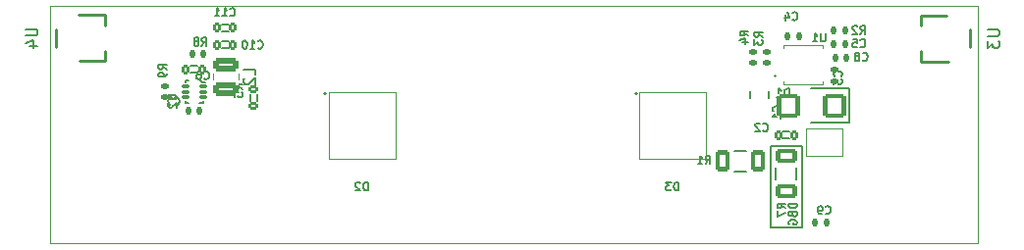
<source format=gbr>
%TF.GenerationSoftware,KiCad,Pcbnew,6.0.11+dfsg-1~bpo11+1*%
%TF.CreationDate,2023-04-14T13:04:02+02:00*%
%TF.ProjectId,IR-diode-general,49522d64-696f-4646-952d-67656e657261,rev?*%
%TF.SameCoordinates,Original*%
%TF.FileFunction,Legend,Bot*%
%TF.FilePolarity,Positive*%
%FSLAX46Y46*%
G04 Gerber Fmt 4.6, Leading zero omitted, Abs format (unit mm)*
G04 Created by KiCad (PCBNEW 6.0.11+dfsg-1~bpo11+1) date 2023-04-14 13:04:02 commit 5e22265*
%MOMM*%
%LPD*%
G01*
G04 APERTURE LIST*
G04 Aperture macros list*
%AMRoundRect*
0 Rectangle with rounded corners*
0 $1 Rounding radius*
0 $2 $3 $4 $5 $6 $7 $8 $9 X,Y pos of 4 corners*
0 Add a 4 corners polygon primitive as box body*
4,1,4,$2,$3,$4,$5,$6,$7,$8,$9,$2,$3,0*
0 Add four circle primitives for the rounded corners*
1,1,$1+$1,$2,$3*
1,1,$1+$1,$4,$5*
1,1,$1+$1,$6,$7*
1,1,$1+$1,$8,$9*
0 Add four rect primitives between the rounded corners*
20,1,$1+$1,$2,$3,$4,$5,0*
20,1,$1+$1,$4,$5,$6,$7,0*
20,1,$1+$1,$6,$7,$8,$9,0*
20,1,$1+$1,$8,$9,$2,$3,0*%
%AMFreePoly0*
4,1,6,0.615000,-0.615000,-0.391294,-0.615000,-0.615000,-0.391294,-0.615000,0.615000,0.615000,0.615000,0.615000,-0.615000,0.615000,-0.615000,$1*%
G04 Aperture macros list end*
%ADD10C,0.150000*%
%TA.AperFunction,Profile*%
%ADD11C,0.100000*%
%TD*%
%ADD12C,0.145711*%
%ADD13C,0.120000*%
%ADD14C,0.100000*%
%ADD15C,0.161600*%
%ADD16C,0.254000*%
%ADD17C,0.125000*%
%ADD18O,2.000000X4.500000*%
%ADD19O,4.000000X1.990000*%
%ADD20O,2.000000X4.000000*%
%ADD21C,0.650000*%
%ADD22O,2.100000X1.050000*%
%ADD23O,2.000000X1.000000*%
%ADD24C,2.000000*%
%ADD25C,3.000000*%
%ADD26RoundRect,0.147500X-0.147500X-0.172500X0.147500X-0.172500X0.147500X0.172500X-0.147500X0.172500X0*%
%ADD27RoundRect,0.075000X-0.225000X0.075000X-0.225000X-0.075000X0.225000X-0.075000X0.225000X0.075000X0*%
%ADD28RoundRect,0.250000X0.850000X-0.375000X0.850000X0.375000X-0.850000X0.375000X-0.850000X-0.375000X0*%
%ADD29RoundRect,0.147500X-0.172500X0.147500X-0.172500X-0.147500X0.172500X-0.147500X0.172500X0.147500X0*%
%ADD30RoundRect,0.147500X0.147500X0.172500X-0.147500X0.172500X-0.147500X-0.172500X0.147500X-0.172500X0*%
%ADD31FreePoly0,0.000000*%
%ADD32FreePoly0,90.000000*%
%ADD33FreePoly0,180.000000*%
%ADD34FreePoly0,270.000000*%
%ADD35C,3.500000*%
%ADD36RoundRect,0.120000X0.280000X-0.180000X0.280000X0.180000X-0.280000X0.180000X-0.280000X-0.180000X0*%
%ADD37RoundRect,0.147500X0.172500X-0.147500X0.172500X0.147500X-0.172500X0.147500X-0.172500X-0.147500X0*%
%ADD38R,1.200000X1.200000*%
%ADD39R,0.807999X0.254800*%
%ADD40R,1.752600X2.540000*%
%ADD41RoundRect,0.120000X-0.180000X-0.280000X0.180000X-0.280000X0.180000X0.280000X-0.180000X0.280000X0*%
%ADD42RoundRect,0.120000X0.180000X0.280000X-0.180000X0.280000X-0.180000X-0.280000X0.180000X-0.280000X0*%
%ADD43RoundRect,0.180000X-0.720000X0.420000X-0.720000X-0.420000X0.720000X-0.420000X0.720000X0.420000X0*%
%ADD44R,1.550000X0.600000*%
%ADD45R,1.800000X1.200000*%
%ADD46RoundRect,0.200000X0.800000X0.850000X-0.800000X0.850000X-0.800000X-0.850000X0.800000X-0.850000X0*%
%ADD47RoundRect,0.180000X0.420000X0.720000X-0.420000X0.720000X-0.420000X-0.720000X0.420000X-0.720000X0*%
%ADD48R,0.800000X2.000000*%
G04 APERTURE END LIST*
D10*
X149850000Y-52550000D02*
X147150000Y-52550000D01*
X147150000Y-52550000D02*
X147150000Y-59650000D01*
X147150000Y-59650000D02*
X149850000Y-59650000D01*
X149850000Y-59650000D02*
X149850000Y-52550000D01*
D11*
X85000000Y-40500000D02*
X165000000Y-40500000D01*
X165000000Y-40500000D02*
X165000000Y-61000000D01*
X165000000Y-61000000D02*
X85000000Y-61000000D01*
X85000000Y-61000000D02*
X85000000Y-40500000D01*
D10*
X149416666Y-57566666D02*
X148716666Y-57566666D01*
X148716666Y-57733333D01*
X148750000Y-57833333D01*
X148816666Y-57900000D01*
X148883333Y-57933333D01*
X149016666Y-57966666D01*
X149116666Y-57966666D01*
X149250000Y-57933333D01*
X149316666Y-57900000D01*
X149383333Y-57833333D01*
X149416666Y-57733333D01*
X149416666Y-57566666D01*
X149050000Y-58500000D02*
X149083333Y-58600000D01*
X149116666Y-58633333D01*
X149183333Y-58666666D01*
X149283333Y-58666666D01*
X149350000Y-58633333D01*
X149383333Y-58600000D01*
X149416666Y-58533333D01*
X149416666Y-58266666D01*
X148716666Y-58266666D01*
X148716666Y-58500000D01*
X148750000Y-58566666D01*
X148783333Y-58600000D01*
X148850000Y-58633333D01*
X148916666Y-58633333D01*
X148983333Y-58600000D01*
X149016666Y-58566666D01*
X149050000Y-58500000D01*
X149050000Y-58266666D01*
X148750000Y-59333333D02*
X148716666Y-59266666D01*
X148716666Y-59166666D01*
X148750000Y-59066666D01*
X148816666Y-59000000D01*
X148883333Y-58966666D01*
X149016666Y-58933333D01*
X149116666Y-58933333D01*
X149250000Y-58966666D01*
X149316666Y-59000000D01*
X149383333Y-59066666D01*
X149416666Y-59166666D01*
X149416666Y-59233333D01*
X149383333Y-59333333D01*
X149350000Y-59366666D01*
X149116666Y-59366666D01*
X149116666Y-59233333D01*
%TO.C,R8*%
X98097500Y-43916666D02*
X98330833Y-43583333D01*
X98497500Y-43916666D02*
X98497500Y-43216666D01*
X98230833Y-43216666D01*
X98164166Y-43250000D01*
X98130833Y-43283333D01*
X98097500Y-43350000D01*
X98097500Y-43450000D01*
X98130833Y-43516666D01*
X98164166Y-43550000D01*
X98230833Y-43583333D01*
X98497500Y-43583333D01*
X97697500Y-43516666D02*
X97764166Y-43483333D01*
X97797500Y-43450000D01*
X97830833Y-43383333D01*
X97830833Y-43350000D01*
X97797500Y-43283333D01*
X97764166Y-43250000D01*
X97697500Y-43216666D01*
X97564166Y-43216666D01*
X97497500Y-43250000D01*
X97464166Y-43283333D01*
X97430833Y-43350000D01*
X97430833Y-43383333D01*
X97464166Y-43450000D01*
X97497500Y-43483333D01*
X97564166Y-43516666D01*
X97697500Y-43516666D01*
X97764166Y-43550000D01*
X97797500Y-43583333D01*
X97830833Y-43650000D01*
X97830833Y-43783333D01*
X97797500Y-43850000D01*
X97764166Y-43883333D01*
X97697500Y-43916666D01*
X97564166Y-43916666D01*
X97497500Y-43883333D01*
X97464166Y-43850000D01*
X97430833Y-43783333D01*
X97430833Y-43650000D01*
X97464166Y-43583333D01*
X97497500Y-43550000D01*
X97564166Y-43516666D01*
%TO.C,U2*%
X95216666Y-48164166D02*
X95783333Y-48164166D01*
X95850000Y-48197500D01*
X95883333Y-48230833D01*
X95916666Y-48297500D01*
X95916666Y-48430833D01*
X95883333Y-48497500D01*
X95850000Y-48530833D01*
X95783333Y-48564166D01*
X95216666Y-48564166D01*
X95283333Y-48864166D02*
X95250000Y-48897500D01*
X95216666Y-48964166D01*
X95216666Y-49130833D01*
X95250000Y-49197500D01*
X95283333Y-49230833D01*
X95350000Y-49264166D01*
X95416666Y-49264166D01*
X95516666Y-49230833D01*
X95916666Y-48830833D01*
X95916666Y-49264166D01*
%TO.C,L2*%
X102702380Y-46433333D02*
X102702380Y-45957142D01*
X101702380Y-45957142D01*
X101797619Y-46719047D02*
X101750000Y-46766666D01*
X101702380Y-46861904D01*
X101702380Y-47100000D01*
X101750000Y-47195238D01*
X101797619Y-47242857D01*
X101892857Y-47290476D01*
X101988095Y-47290476D01*
X102130952Y-47242857D01*
X102702380Y-46671428D01*
X102702380Y-47290476D01*
%TO.C,R3*%
X146466666Y-43163166D02*
X146133333Y-42929833D01*
X146466666Y-42763166D02*
X145766666Y-42763166D01*
X145766666Y-43029833D01*
X145800000Y-43096500D01*
X145833333Y-43129833D01*
X145900000Y-43163166D01*
X146000000Y-43163166D01*
X146066666Y-43129833D01*
X146100000Y-43096500D01*
X146133333Y-43029833D01*
X146133333Y-42763166D01*
X145766666Y-43396500D02*
X145766666Y-43829833D01*
X146033333Y-43596500D01*
X146033333Y-43696500D01*
X146066666Y-43763166D01*
X146100000Y-43796500D01*
X146166666Y-43829833D01*
X146333333Y-43829833D01*
X146400000Y-43796500D01*
X146433333Y-43763166D01*
X146466666Y-43696500D01*
X146466666Y-43496500D01*
X146433333Y-43429833D01*
X146400000Y-43396500D01*
%TO.C,C4*%
X149035833Y-41650000D02*
X149069166Y-41683333D01*
X149169166Y-41716666D01*
X149235833Y-41716666D01*
X149335833Y-41683333D01*
X149402500Y-41616666D01*
X149435833Y-41550000D01*
X149469166Y-41416666D01*
X149469166Y-41316666D01*
X149435833Y-41183333D01*
X149402500Y-41116666D01*
X149335833Y-41050000D01*
X149235833Y-41016666D01*
X149169166Y-41016666D01*
X149069166Y-41050000D01*
X149035833Y-41083333D01*
X148435833Y-41250000D02*
X148435833Y-41716666D01*
X148602500Y-40983333D02*
X148769166Y-41483333D01*
X148335833Y-41483333D01*
%TO.C,D2*%
X112410366Y-56423866D02*
X112410366Y-55723866D01*
X112243700Y-55723866D01*
X112143700Y-55757200D01*
X112077033Y-55823866D01*
X112043700Y-55890533D01*
X112010366Y-56023866D01*
X112010366Y-56123866D01*
X112043700Y-56257200D01*
X112077033Y-56323866D01*
X112143700Y-56390533D01*
X112243700Y-56423866D01*
X112410366Y-56423866D01*
X111743700Y-55790533D02*
X111710366Y-55757200D01*
X111643700Y-55723866D01*
X111477033Y-55723866D01*
X111410366Y-55757200D01*
X111377033Y-55790533D01*
X111343700Y-55857200D01*
X111343700Y-55923866D01*
X111377033Y-56023866D01*
X111777033Y-56423866D01*
X111343700Y-56423866D01*
%TO.C,R5*%
X101616666Y-47686500D02*
X101283333Y-47453166D01*
X101616666Y-47286500D02*
X100916666Y-47286500D01*
X100916666Y-47553166D01*
X100950000Y-47619833D01*
X100983333Y-47653166D01*
X101050000Y-47686500D01*
X101150000Y-47686500D01*
X101216666Y-47653166D01*
X101250000Y-47619833D01*
X101283333Y-47553166D01*
X101283333Y-47286500D01*
X100916666Y-48319833D02*
X100916666Y-47986500D01*
X101250000Y-47953166D01*
X101216666Y-47986500D01*
X101183333Y-48053166D01*
X101183333Y-48219833D01*
X101216666Y-48286500D01*
X101250000Y-48319833D01*
X101316666Y-48353166D01*
X101483333Y-48353166D01*
X101550000Y-48319833D01*
X101583333Y-48286500D01*
X101616666Y-48219833D01*
X101616666Y-48053166D01*
X101583333Y-47986500D01*
X101550000Y-47953166D01*
%TO.C,C5*%
X154885833Y-44000000D02*
X154919166Y-44033333D01*
X155019166Y-44066666D01*
X155085833Y-44066666D01*
X155185833Y-44033333D01*
X155252500Y-43966666D01*
X155285833Y-43900000D01*
X155319166Y-43766666D01*
X155319166Y-43666666D01*
X155285833Y-43533333D01*
X155252500Y-43466666D01*
X155185833Y-43400000D01*
X155085833Y-43366666D01*
X155019166Y-43366666D01*
X154919166Y-43400000D01*
X154885833Y-43433333D01*
X154252500Y-43366666D02*
X154585833Y-43366666D01*
X154619166Y-43700000D01*
X154585833Y-43666666D01*
X154519166Y-43633333D01*
X154352500Y-43633333D01*
X154285833Y-43666666D01*
X154252500Y-43700000D01*
X154219166Y-43766666D01*
X154219166Y-43933333D01*
X154252500Y-44000000D01*
X154285833Y-44033333D01*
X154352500Y-44066666D01*
X154519166Y-44066666D01*
X154585833Y-44033333D01*
X154619166Y-44000000D01*
%TO.C,R9*%
X95066666Y-45952500D02*
X94733333Y-45719166D01*
X95066666Y-45552500D02*
X94366666Y-45552500D01*
X94366666Y-45819166D01*
X94400000Y-45885833D01*
X94433333Y-45919166D01*
X94500000Y-45952500D01*
X94600000Y-45952500D01*
X94666666Y-45919166D01*
X94700000Y-45885833D01*
X94733333Y-45819166D01*
X94733333Y-45552500D01*
X95066666Y-46285833D02*
X95066666Y-46419166D01*
X95033333Y-46485833D01*
X95000000Y-46519166D01*
X94900000Y-46585833D01*
X94766666Y-46619166D01*
X94500000Y-46619166D01*
X94433333Y-46585833D01*
X94400000Y-46552500D01*
X94366666Y-46485833D01*
X94366666Y-46352500D01*
X94400000Y-46285833D01*
X94433333Y-46252500D01*
X94500000Y-46219166D01*
X94666666Y-46219166D01*
X94733333Y-46252500D01*
X94766666Y-46285833D01*
X94800000Y-46352500D01*
X94800000Y-46485833D01*
X94766666Y-46552500D01*
X94733333Y-46585833D01*
X94666666Y-46619166D01*
%TO.C,C1*%
X147950000Y-49564166D02*
X147983333Y-49530833D01*
X148016666Y-49430833D01*
X148016666Y-49364166D01*
X147983333Y-49264166D01*
X147916666Y-49197500D01*
X147850000Y-49164166D01*
X147716666Y-49130833D01*
X147616666Y-49130833D01*
X147483333Y-49164166D01*
X147416666Y-49197500D01*
X147350000Y-49264166D01*
X147316666Y-49364166D01*
X147316666Y-49430833D01*
X147350000Y-49530833D01*
X147383333Y-49564166D01*
X148016666Y-50230833D02*
X148016666Y-49830833D01*
X148016666Y-50030833D02*
X147316666Y-50030833D01*
X147416666Y-49964166D01*
X147483333Y-49897500D01*
X147516666Y-49830833D01*
%TO.C,R2*%
X154885833Y-42916666D02*
X155119166Y-42583333D01*
X155285833Y-42916666D02*
X155285833Y-42216666D01*
X155019166Y-42216666D01*
X154952500Y-42250000D01*
X154919166Y-42283333D01*
X154885833Y-42350000D01*
X154885833Y-42450000D01*
X154919166Y-42516666D01*
X154952500Y-42550000D01*
X155019166Y-42583333D01*
X155285833Y-42583333D01*
X154619166Y-42283333D02*
X154585833Y-42250000D01*
X154519166Y-42216666D01*
X154352500Y-42216666D01*
X154285833Y-42250000D01*
X154252500Y-42283333D01*
X154219166Y-42350000D01*
X154219166Y-42416666D01*
X154252500Y-42516666D01*
X154652500Y-42916666D01*
X154219166Y-42916666D01*
%TO.C,U1*%
X151883333Y-42866666D02*
X151883333Y-43433333D01*
X151850000Y-43500000D01*
X151816666Y-43533333D01*
X151750000Y-43566666D01*
X151616666Y-43566666D01*
X151550000Y-43533333D01*
X151516666Y-43500000D01*
X151483333Y-43433333D01*
X151483333Y-42866666D01*
X150783333Y-43566666D02*
X151183333Y-43566666D01*
X150983333Y-43566666D02*
X150983333Y-42866666D01*
X151050000Y-42966666D01*
X151116666Y-43033333D01*
X151183333Y-43066666D01*
%TO.C,C2*%
X146497500Y-51250000D02*
X146530833Y-51283333D01*
X146630833Y-51316666D01*
X146697500Y-51316666D01*
X146797500Y-51283333D01*
X146864166Y-51216666D01*
X146897500Y-51150000D01*
X146930833Y-51016666D01*
X146930833Y-50916666D01*
X146897500Y-50783333D01*
X146864166Y-50716666D01*
X146797500Y-50650000D01*
X146697500Y-50616666D01*
X146630833Y-50616666D01*
X146530833Y-50650000D01*
X146497500Y-50683333D01*
X146230833Y-50683333D02*
X146197500Y-50650000D01*
X146130833Y-50616666D01*
X145964166Y-50616666D01*
X145897500Y-50650000D01*
X145864166Y-50683333D01*
X145830833Y-50750000D01*
X145830833Y-50816666D01*
X145864166Y-50916666D01*
X146264166Y-51316666D01*
X145830833Y-51316666D01*
%TO.C,C8*%
X155085833Y-45150000D02*
X155119166Y-45183333D01*
X155219166Y-45216666D01*
X155285833Y-45216666D01*
X155385833Y-45183333D01*
X155452500Y-45116666D01*
X155485833Y-45050000D01*
X155519166Y-44916666D01*
X155519166Y-44816666D01*
X155485833Y-44683333D01*
X155452500Y-44616666D01*
X155385833Y-44550000D01*
X155285833Y-44516666D01*
X155219166Y-44516666D01*
X155119166Y-44550000D01*
X155085833Y-44583333D01*
X154685833Y-44816666D02*
X154752500Y-44783333D01*
X154785833Y-44750000D01*
X154819166Y-44683333D01*
X154819166Y-44650000D01*
X154785833Y-44583333D01*
X154752500Y-44550000D01*
X154685833Y-44516666D01*
X154552500Y-44516666D01*
X154485833Y-44550000D01*
X154452500Y-44583333D01*
X154419166Y-44650000D01*
X154419166Y-44683333D01*
X154452500Y-44750000D01*
X154485833Y-44783333D01*
X154552500Y-44816666D01*
X154685833Y-44816666D01*
X154752500Y-44850000D01*
X154785833Y-44883333D01*
X154819166Y-44950000D01*
X154819166Y-45083333D01*
X154785833Y-45150000D01*
X154752500Y-45183333D01*
X154685833Y-45216666D01*
X154552500Y-45216666D01*
X154485833Y-45183333D01*
X154452500Y-45150000D01*
X154419166Y-45083333D01*
X154419166Y-44950000D01*
X154452500Y-44883333D01*
X154485833Y-44850000D01*
X154552500Y-44816666D01*
%TO.C,D3*%
X139210366Y-56423866D02*
X139210366Y-55723866D01*
X139043700Y-55723866D01*
X138943700Y-55757200D01*
X138877033Y-55823866D01*
X138843700Y-55890533D01*
X138810366Y-56023866D01*
X138810366Y-56123866D01*
X138843700Y-56257200D01*
X138877033Y-56323866D01*
X138943700Y-56390533D01*
X139043700Y-56423866D01*
X139210366Y-56423866D01*
X138577033Y-55723866D02*
X138143700Y-55723866D01*
X138377033Y-55990533D01*
X138277033Y-55990533D01*
X138210366Y-56023866D01*
X138177033Y-56057200D01*
X138143700Y-56123866D01*
X138143700Y-56290533D01*
X138177033Y-56357200D01*
X138210366Y-56390533D01*
X138277033Y-56423866D01*
X138477033Y-56423866D01*
X138543700Y-56390533D01*
X138577033Y-56357200D01*
%TO.C,C11*%
X100535833Y-41300000D02*
X100569166Y-41333333D01*
X100669166Y-41366666D01*
X100735833Y-41366666D01*
X100835833Y-41333333D01*
X100902500Y-41266666D01*
X100935833Y-41200000D01*
X100969166Y-41066666D01*
X100969166Y-40966666D01*
X100935833Y-40833333D01*
X100902500Y-40766666D01*
X100835833Y-40700000D01*
X100735833Y-40666666D01*
X100669166Y-40666666D01*
X100569166Y-40700000D01*
X100535833Y-40733333D01*
X99869166Y-41366666D02*
X100269166Y-41366666D01*
X100069166Y-41366666D02*
X100069166Y-40666666D01*
X100135833Y-40766666D01*
X100202500Y-40833333D01*
X100269166Y-40866666D01*
X99202500Y-41366666D02*
X99602500Y-41366666D01*
X99402500Y-41366666D02*
X99402500Y-40666666D01*
X99469166Y-40766666D01*
X99535833Y-40833333D01*
X99602500Y-40866666D01*
%TO.C,R7*%
X148416666Y-57964166D02*
X148083333Y-57730833D01*
X148416666Y-57564166D02*
X147716666Y-57564166D01*
X147716666Y-57830833D01*
X147750000Y-57897500D01*
X147783333Y-57930833D01*
X147850000Y-57964166D01*
X147950000Y-57964166D01*
X148016666Y-57930833D01*
X148050000Y-57897500D01*
X148083333Y-57830833D01*
X148083333Y-57564166D01*
X147716666Y-58197500D02*
X147716666Y-58664166D01*
X148416666Y-58364166D01*
%TO.C,U3*%
X165874622Y-42536205D02*
X166686154Y-42536205D01*
X166781628Y-42583942D01*
X166829365Y-42631680D01*
X166877102Y-42727154D01*
X166877102Y-42918102D01*
X166829365Y-43013577D01*
X166781628Y-43061314D01*
X166686154Y-43109051D01*
X165874622Y-43109051D01*
X165874622Y-43490948D02*
X165874622Y-44111531D01*
X166256520Y-43777371D01*
X166256520Y-43920582D01*
X166304257Y-44016057D01*
X166351994Y-44063794D01*
X166447468Y-44111531D01*
X166686154Y-44111531D01*
X166781628Y-44063794D01*
X166829365Y-44016057D01*
X166877102Y-43920582D01*
X166877102Y-43634160D01*
X166829365Y-43538685D01*
X166781628Y-43490948D01*
%TO.C,C9*%
X151897500Y-58400000D02*
X151930833Y-58433333D01*
X152030833Y-58466666D01*
X152097500Y-58466666D01*
X152197500Y-58433333D01*
X152264166Y-58366666D01*
X152297500Y-58300000D01*
X152330833Y-58166666D01*
X152330833Y-58066666D01*
X152297500Y-57933333D01*
X152264166Y-57866666D01*
X152197500Y-57800000D01*
X152097500Y-57766666D01*
X152030833Y-57766666D01*
X151930833Y-57800000D01*
X151897500Y-57833333D01*
X151564166Y-58466666D02*
X151430833Y-58466666D01*
X151364166Y-58433333D01*
X151330833Y-58400000D01*
X151264166Y-58300000D01*
X151230833Y-58166666D01*
X151230833Y-57900000D01*
X151264166Y-57833333D01*
X151297500Y-57800000D01*
X151364166Y-57766666D01*
X151497500Y-57766666D01*
X151564166Y-57800000D01*
X151597500Y-57833333D01*
X151630833Y-57900000D01*
X151630833Y-58066666D01*
X151597500Y-58133333D01*
X151564166Y-58166666D01*
X151497500Y-58200000D01*
X151364166Y-58200000D01*
X151297500Y-58166666D01*
X151264166Y-58133333D01*
X151230833Y-58066666D01*
%TO.C,D1*%
X148747500Y-48316666D02*
X148747500Y-47616666D01*
X148580833Y-47616666D01*
X148480833Y-47650000D01*
X148414166Y-47716666D01*
X148380833Y-47783333D01*
X148347500Y-47916666D01*
X148347500Y-48016666D01*
X148380833Y-48150000D01*
X148414166Y-48216666D01*
X148480833Y-48283333D01*
X148580833Y-48316666D01*
X148747500Y-48316666D01*
X147680833Y-48316666D02*
X148080833Y-48316666D01*
X147880833Y-48316666D02*
X147880833Y-47616666D01*
X147947500Y-47716666D01*
X148014166Y-47783333D01*
X148080833Y-47816666D01*
%TO.C,C7*%
X95747500Y-49000000D02*
X95780833Y-49033333D01*
X95880833Y-49066666D01*
X95947500Y-49066666D01*
X96047500Y-49033333D01*
X96114166Y-48966666D01*
X96147500Y-48900000D01*
X96180833Y-48766666D01*
X96180833Y-48666666D01*
X96147500Y-48533333D01*
X96114166Y-48466666D01*
X96047500Y-48400000D01*
X95947500Y-48366666D01*
X95880833Y-48366666D01*
X95780833Y-48400000D01*
X95747500Y-48433333D01*
X95514166Y-48366666D02*
X95047500Y-48366666D01*
X95347500Y-49066666D01*
%TO.C,U4*%
X82927422Y-42486205D02*
X83738954Y-42486205D01*
X83834428Y-42533942D01*
X83882165Y-42581680D01*
X83929902Y-42677154D01*
X83929902Y-42868102D01*
X83882165Y-42963577D01*
X83834428Y-43011314D01*
X83738954Y-43059051D01*
X82927422Y-43059051D01*
X83261582Y-43966057D02*
X83929902Y-43966057D01*
X82879685Y-43727371D02*
X83595742Y-43488685D01*
X83595742Y-44109268D01*
%TO.C,R1*%
X141535833Y-54116666D02*
X141769166Y-53783333D01*
X141935833Y-54116666D02*
X141935833Y-53416666D01*
X141669166Y-53416666D01*
X141602500Y-53450000D01*
X141569166Y-53483333D01*
X141535833Y-53550000D01*
X141535833Y-53650000D01*
X141569166Y-53716666D01*
X141602500Y-53750000D01*
X141669166Y-53783333D01*
X141935833Y-53783333D01*
X140869166Y-54116666D02*
X141269166Y-54116666D01*
X141069166Y-54116666D02*
X141069166Y-53416666D01*
X141135833Y-53516666D01*
X141202500Y-53583333D01*
X141269166Y-53616666D01*
%TO.C,C3*%
X153250000Y-46552500D02*
X153283333Y-46519166D01*
X153316666Y-46419166D01*
X153316666Y-46352500D01*
X153283333Y-46252500D01*
X153216666Y-46185833D01*
X153150000Y-46152500D01*
X153016666Y-46119166D01*
X152916666Y-46119166D01*
X152783333Y-46152500D01*
X152716666Y-46185833D01*
X152650000Y-46252500D01*
X152616666Y-46352500D01*
X152616666Y-46419166D01*
X152650000Y-46519166D01*
X152683333Y-46552500D01*
X152616666Y-46785833D02*
X152616666Y-47219166D01*
X152883333Y-46985833D01*
X152883333Y-47085833D01*
X152916666Y-47152500D01*
X152950000Y-47185833D01*
X153016666Y-47219166D01*
X153183333Y-47219166D01*
X153250000Y-47185833D01*
X153283333Y-47152500D01*
X153316666Y-47085833D01*
X153316666Y-46885833D01*
X153283333Y-46819166D01*
X153250000Y-46785833D01*
%TO.C,R4*%
X145216666Y-43051500D02*
X144883333Y-42818166D01*
X145216666Y-42651500D02*
X144516666Y-42651500D01*
X144516666Y-42918166D01*
X144550000Y-42984833D01*
X144583333Y-43018166D01*
X144650000Y-43051500D01*
X144750000Y-43051500D01*
X144816666Y-43018166D01*
X144850000Y-42984833D01*
X144883333Y-42918166D01*
X144883333Y-42651500D01*
X144750000Y-43651500D02*
X145216666Y-43651500D01*
X144483333Y-43484833D02*
X144983333Y-43318166D01*
X144983333Y-43751500D01*
%TO.C,C6*%
X98297500Y-46750000D02*
X98330833Y-46783333D01*
X98430833Y-46816666D01*
X98497500Y-46816666D01*
X98597500Y-46783333D01*
X98664166Y-46716666D01*
X98697500Y-46650000D01*
X98730833Y-46516666D01*
X98730833Y-46416666D01*
X98697500Y-46283333D01*
X98664166Y-46216666D01*
X98597500Y-46150000D01*
X98497500Y-46116666D01*
X98430833Y-46116666D01*
X98330833Y-46150000D01*
X98297500Y-46183333D01*
X97697500Y-46116666D02*
X97830833Y-46116666D01*
X97897500Y-46150000D01*
X97930833Y-46183333D01*
X97997500Y-46283333D01*
X98030833Y-46416666D01*
X98030833Y-46683333D01*
X97997500Y-46750000D01*
X97964166Y-46783333D01*
X97897500Y-46816666D01*
X97764166Y-46816666D01*
X97697500Y-46783333D01*
X97664166Y-46750000D01*
X97630833Y-46683333D01*
X97630833Y-46516666D01*
X97664166Y-46450000D01*
X97697500Y-46416666D01*
X97764166Y-46383333D01*
X97897500Y-46383333D01*
X97964166Y-46416666D01*
X97997500Y-46450000D01*
X98030833Y-46516666D01*
%TO.C,C10*%
X102935833Y-44100000D02*
X102969166Y-44133333D01*
X103069166Y-44166666D01*
X103135833Y-44166666D01*
X103235833Y-44133333D01*
X103302500Y-44066666D01*
X103335833Y-44000000D01*
X103369166Y-43866666D01*
X103369166Y-43766666D01*
X103335833Y-43633333D01*
X103302500Y-43566666D01*
X103235833Y-43500000D01*
X103135833Y-43466666D01*
X103069166Y-43466666D01*
X102969166Y-43500000D01*
X102935833Y-43533333D01*
X102269166Y-44166666D02*
X102669166Y-44166666D01*
X102469166Y-44166666D02*
X102469166Y-43466666D01*
X102535833Y-43566666D01*
X102602500Y-43633333D01*
X102669166Y-43666666D01*
X101835833Y-43466666D02*
X101769166Y-43466666D01*
X101702500Y-43500000D01*
X101669166Y-43533333D01*
X101635833Y-43600000D01*
X101602500Y-43733333D01*
X101602500Y-43900000D01*
X101635833Y-44033333D01*
X101669166Y-44100000D01*
X101702500Y-44133333D01*
X101769166Y-44166666D01*
X101835833Y-44166666D01*
X101902500Y-44133333D01*
X101935833Y-44100000D01*
X101969166Y-44033333D01*
X102002500Y-43900000D01*
X102002500Y-43733333D01*
X101969166Y-43600000D01*
X101935833Y-43533333D01*
X101902500Y-43500000D01*
X101835833Y-43466666D01*
%TO.C,U2*%
X97948000Y-46925000D02*
X98173000Y-47123000D01*
X96673000Y-46925000D02*
X96923000Y-46925000D01*
X96673000Y-46925000D02*
X96673000Y-47123000D01*
X98225000Y-48675000D02*
X98225000Y-48849000D01*
X96673000Y-48873000D02*
X96923000Y-48873000D01*
X98225000Y-48849000D02*
X97873000Y-48849000D01*
X96673000Y-48675000D02*
X96673000Y-48873000D01*
X98173000Y-47123000D02*
X98399000Y-47123000D01*
D12*
X98262855Y-46240000D02*
G75*
G03*
X98262855Y-46240000I-72855J0D01*
G01*
D13*
%TO.C,L2*%
X99090000Y-46861252D02*
X99090000Y-46338748D01*
X101310000Y-46861252D02*
X101310000Y-46338748D01*
D14*
%TO.C,D2*%
X114789300Y-47904400D02*
X109048900Y-47904400D01*
X109048900Y-47904400D02*
X109048900Y-53695600D01*
X109048900Y-53695600D02*
X114789300Y-53695600D01*
X114789300Y-53695600D02*
X114789300Y-47904400D01*
D15*
X108824900Y-48056800D02*
G75*
G03*
X108824900Y-48056800I-80800J0D01*
G01*
D10*
%TO.C,R5*%
X102850000Y-48700000D02*
X102850000Y-48100000D01*
X102250000Y-48700000D02*
X102250000Y-48100000D01*
%TO.C,C1*%
X145400000Y-47850000D02*
X145400000Y-48450000D01*
X147000000Y-47850000D02*
X147000000Y-48450000D01*
D13*
%TO.C,U1*%
X151626400Y-43873600D02*
X151626400Y-44089859D01*
X148273600Y-47226400D02*
X148273600Y-47010141D01*
X151626400Y-47226400D02*
X148273600Y-47226400D01*
X151626400Y-47010141D02*
X151626400Y-47226400D01*
X148273600Y-44089859D02*
X148273600Y-43873600D01*
X148273600Y-43873600D02*
X151626400Y-43873600D01*
X147651401Y-46550000D02*
G75*
G03*
X147651401Y-46550000I-101600J0D01*
G01*
D10*
%TO.C,C2*%
X148200000Y-51950000D02*
X148800000Y-51950000D01*
X148200000Y-51350000D02*
X148800000Y-51350000D01*
D14*
%TO.C,D3*%
X141589300Y-47904400D02*
X135848900Y-47904400D01*
X135848900Y-47904400D02*
X135848900Y-53695600D01*
X135848900Y-53695600D02*
X141589300Y-53695600D01*
X141589300Y-53695600D02*
X141589300Y-47904400D01*
D15*
X135624900Y-48056800D02*
G75*
G03*
X135624900Y-48056800I-80800J0D01*
G01*
D10*
%TO.C,C11*%
X100400000Y-42050000D02*
X99800000Y-42050000D01*
X100400000Y-42650000D02*
X99800000Y-42650000D01*
%TO.C,R7*%
X147598000Y-54950000D02*
X147598000Y-55448000D01*
X149400000Y-54950000D02*
X149400000Y-54450000D01*
X147598000Y-54950000D02*
X147598000Y-54450000D01*
X149400000Y-54950000D02*
X149400000Y-55448000D01*
D16*
%TO.C,U3*%
X160100000Y-41300000D02*
X160100000Y-42155000D01*
X160100000Y-45300000D02*
X162447000Y-45300000D01*
X160100000Y-45300000D02*
X160100000Y-44400000D01*
X160100000Y-41300000D02*
X162313000Y-41300000D01*
X164350000Y-42533000D02*
X164350000Y-44022000D01*
D10*
%TO.C,D1*%
X153951000Y-50600000D02*
X150650000Y-50600000D01*
X153951000Y-47600000D02*
X153951000Y-50600000D01*
X150650000Y-47600000D02*
X153951000Y-47600000D01*
D16*
%TO.C,U4*%
X89800000Y-41250000D02*
X87453000Y-41250000D01*
X89800000Y-45250000D02*
X89800000Y-44395000D01*
X89800000Y-41250000D02*
X89800000Y-42150000D01*
X85550000Y-44017000D02*
X85550000Y-42528000D01*
X89800000Y-45250000D02*
X87587000Y-45250000D01*
D10*
%TO.C,R1*%
X144550000Y-52998000D02*
X144052000Y-52998000D01*
X144550000Y-52998000D02*
X145050000Y-52998000D01*
X144550000Y-54800000D02*
X144052000Y-54800000D01*
X144550000Y-54800000D02*
X145050000Y-54800000D01*
%TO.C,C6*%
X97100000Y-46250000D02*
X97700000Y-46250000D01*
X97100000Y-45650000D02*
X97700000Y-45650000D01*
%TO.C,C10*%
X100400000Y-44150000D02*
X99800000Y-44150000D01*
X100400000Y-43550000D02*
X99800000Y-43550000D01*
D17*
%TO.C,L1*%
X150210000Y-53430000D02*
X153350000Y-53430000D01*
X150210000Y-51100000D02*
X150210000Y-53430000D01*
X153350000Y-51100000D02*
X150210000Y-51100000D01*
X153350000Y-53430000D02*
X153350000Y-51100000D01*
%TD*%
%LPC*%
D18*
%TO.C,J1*%
X153700000Y-56600000D03*
D19*
X156648000Y-51721000D03*
D20*
X159699000Y-56600000D03*
%TD*%
D21*
%TO.C,J2*%
X90585645Y-58740000D03*
X90585645Y-52959000D03*
D22*
X91085645Y-51529000D03*
D23*
X86904645Y-51529000D03*
D22*
X91085645Y-60170000D03*
D23*
X86904645Y-60170000D03*
%TD*%
D24*
%TO.C,POT1*%
X94574600Y-42111800D03*
X104574600Y-42111800D03*
D25*
X95574600Y-52111800D03*
X99574600Y-52111800D03*
X103574600Y-52111800D03*
%TD*%
D26*
%TO.C,R8*%
X97265000Y-44600000D03*
X98235000Y-44600000D03*
%TD*%
D27*
%TO.C,U2*%
X98198000Y-47400000D03*
X98198000Y-47900000D03*
X98198000Y-48398000D03*
X96700000Y-48398000D03*
X96700000Y-47900000D03*
X96700000Y-47400000D03*
%TD*%
D28*
%TO.C,L2*%
X100200000Y-47675000D03*
X100200000Y-45525000D03*
%TD*%
D29*
%TO.C,R3*%
X146850000Y-44464000D03*
X146850000Y-45434000D03*
%TD*%
D30*
%TO.C,C4*%
X149584000Y-43150000D03*
X148616000Y-43150000D03*
%TD*%
D31*
%TO.C,D2*%
X113976500Y-48717200D03*
D32*
X109861700Y-48717200D03*
D33*
X109861700Y-52882800D03*
D34*
X113976500Y-52882800D03*
D35*
X111893700Y-50850800D03*
%TD*%
D36*
%TO.C,R5*%
X102550000Y-49100000D03*
X102550000Y-47700000D03*
%TD*%
D30*
%TO.C,C5*%
X153584000Y-43800000D03*
X152616000Y-43800000D03*
%TD*%
D37*
%TO.C,R9*%
X94900000Y-48385000D03*
X94900000Y-47415000D03*
%TD*%
D38*
%TO.C,C1*%
X146200000Y-47100000D03*
X146200000Y-49200000D03*
%TD*%
D30*
%TO.C,R2*%
X153585000Y-42600000D03*
X152615000Y-42600000D03*
%TD*%
D39*
%TO.C,U1*%
X148504600Y-46550001D03*
X148504600Y-46049999D03*
X148504600Y-45550000D03*
X148504600Y-45050001D03*
X148504600Y-44549999D03*
X151395400Y-44549999D03*
X151395400Y-45050001D03*
X151395400Y-45550000D03*
X151395400Y-46049999D03*
X151395400Y-46550001D03*
D40*
X149950000Y-45550000D03*
%TD*%
D41*
%TO.C,C2*%
X147800000Y-51650000D03*
X149200000Y-51650000D03*
%TD*%
D30*
%TO.C,C8*%
X153684000Y-44950000D03*
X152716000Y-44950000D03*
%TD*%
D31*
%TO.C,D3*%
X140776500Y-48717200D03*
D32*
X136661700Y-48717200D03*
D33*
X136661700Y-52882800D03*
D34*
X140776500Y-52882800D03*
D35*
X138693700Y-50850800D03*
%TD*%
D42*
%TO.C,C11*%
X100800000Y-42350000D03*
X99400000Y-42350000D03*
%TD*%
D43*
%TO.C,R7*%
X148500000Y-53450000D03*
X148500000Y-56449000D03*
%TD*%
D44*
%TO.C,U3*%
X159775000Y-42800000D03*
X159775000Y-43800000D03*
D45*
X163650000Y-41500000D03*
X163650000Y-45100000D03*
%TD*%
D26*
%TO.C,C9*%
X151016000Y-59200000D03*
X151984000Y-59200000D03*
%TD*%
D46*
%TO.C,D1*%
X148651000Y-49100000D03*
X152650000Y-49100000D03*
%TD*%
D26*
%TO.C,C7*%
X96916000Y-49550000D03*
X97884000Y-49550000D03*
%TD*%
D44*
%TO.C,U4*%
X90125000Y-43750000D03*
X90125000Y-42750000D03*
D45*
X86250000Y-45050000D03*
X86250000Y-41450000D03*
%TD*%
D47*
%TO.C,R1*%
X146050000Y-53900000D03*
X143051000Y-53900000D03*
%TD*%
D37*
%TO.C,C3*%
X152650000Y-46984000D03*
X152650000Y-46016000D03*
%TD*%
%TO.C,R4*%
X145600000Y-45434000D03*
X145600000Y-44464000D03*
%TD*%
D41*
%TO.C,C6*%
X96700000Y-45950000D03*
X98100000Y-45950000D03*
%TD*%
D42*
%TO.C,C10*%
X100800000Y-43850000D03*
X99400000Y-43850000D03*
%TD*%
D48*
%TO.C,L1*%
X152800000Y-52250000D03*
X150800000Y-52250000D03*
%TD*%
M02*

</source>
